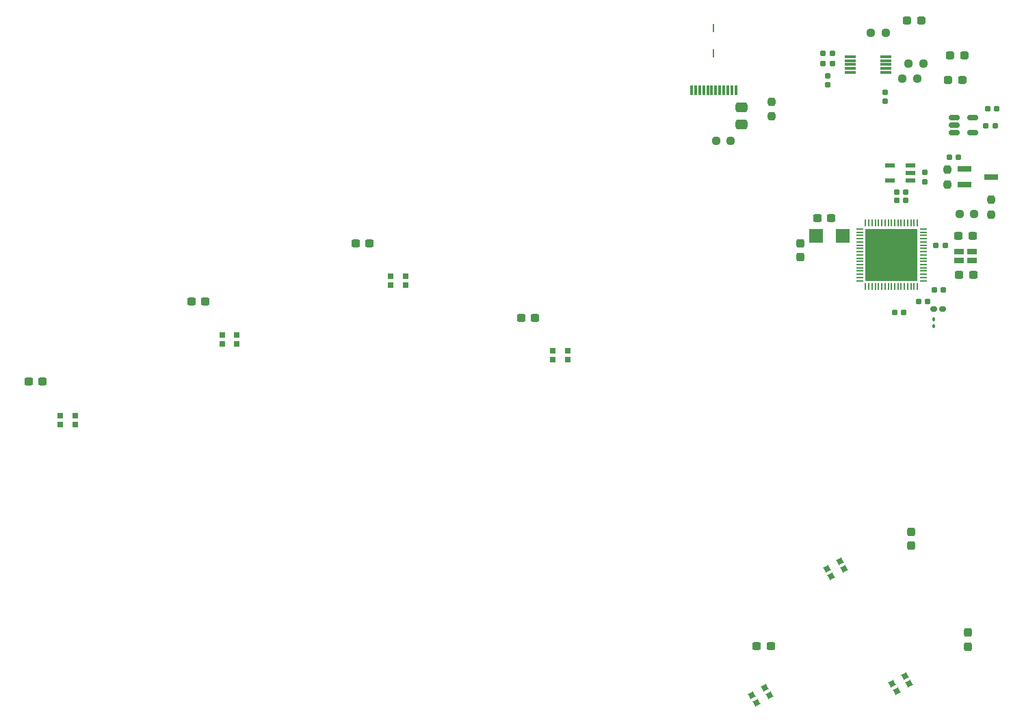
<source format=gbr>
%TF.GenerationSoftware,KiCad,Pcbnew,(5.99.0-9739-g6a369b230f)*%
%TF.CreationDate,2021-03-13T21:37:55+01:00*%
%TF.ProjectId,keychordz,6b657963-686f-4726-947a-2e6b69636164,rev?*%
%TF.SameCoordinates,Original*%
%TF.FileFunction,Paste,Top*%
%TF.FilePolarity,Positive*%
%FSLAX46Y46*%
G04 Gerber Fmt 4.6, Leading zero omitted, Abs format (unit mm)*
G04 Created by KiCad (PCBNEW (5.99.0-9739-g6a369b230f)) date 2021-03-13 21:37:55*
%MOMM*%
%LPD*%
G01*
G04 APERTURE LIST*
G04 Aperture macros list*
%AMRoundRect*
0 Rectangle with rounded corners*
0 $1 Rounding radius*
0 $2 $3 $4 $5 $6 $7 $8 $9 X,Y pos of 4 corners*
0 Add a 4 corners polygon primitive as box body*
4,1,4,$2,$3,$4,$5,$6,$7,$8,$9,$2,$3,0*
0 Add four circle primitives for the rounded corners*
1,1,$1+$1,$2,$3*
1,1,$1+$1,$4,$5*
1,1,$1+$1,$6,$7*
1,1,$1+$1,$8,$9*
0 Add four rect primitives between the rounded corners*
20,1,$1+$1,$2,$3,$4,$5,0*
20,1,$1+$1,$4,$5,$6,$7,0*
20,1,$1+$1,$6,$7,$8,$9,0*
20,1,$1+$1,$8,$9,$2,$3,0*%
%AMRotRect*
0 Rectangle, with rotation*
0 The origin of the aperture is its center*
0 $1 length*
0 $2 width*
0 $3 Rotation angle, in degrees counterclockwise*
0 Add horizontal line*
21,1,$1,$2,0,0,$3*%
G04 Aperture macros list end*
%ADD10R,1.750000X1.800000*%
%ADD11RoundRect,0.237500X-0.237500X0.300000X-0.237500X-0.300000X0.237500X-0.300000X0.237500X0.300000X0*%
%ADD12RoundRect,0.237500X-0.300000X-0.237500X0.300000X-0.237500X0.300000X0.237500X-0.300000X0.237500X0*%
%ADD13R,1.800000X0.800000*%
%ADD14RoundRect,0.237500X0.237500X-0.250000X0.237500X0.250000X-0.237500X0.250000X-0.237500X-0.250000X0*%
%ADD15RoundRect,0.237500X-0.250000X-0.237500X0.250000X-0.237500X0.250000X0.237500X-0.250000X0.237500X0*%
%ADD16RoundRect,0.155000X0.212500X0.155000X-0.212500X0.155000X-0.212500X-0.155000X0.212500X-0.155000X0*%
%ADD17RoundRect,0.155000X-0.212500X-0.155000X0.212500X-0.155000X0.212500X0.155000X-0.212500X0.155000X0*%
%ADD18R,0.700000X0.700000*%
%ADD19RoundRect,0.237500X-0.287500X-0.237500X0.287500X-0.237500X0.287500X0.237500X-0.287500X0.237500X0*%
%ADD20RoundRect,0.090000X-0.090000X0.139000X-0.090000X-0.139000X0.090000X-0.139000X0.090000X0.139000X0*%
%ADD21RotRect,0.700000X0.700000X30.000000*%
%ADD22RoundRect,0.237500X0.300000X0.237500X-0.300000X0.237500X-0.300000X-0.237500X0.300000X-0.237500X0*%
%ADD23RoundRect,0.237500X-0.237500X0.250000X-0.237500X-0.250000X0.237500X-0.250000X0.237500X0.250000X0*%
%ADD24RoundRect,0.237500X0.250000X0.237500X-0.250000X0.237500X-0.250000X-0.237500X0.250000X-0.237500X0*%
%ADD25RoundRect,0.160000X-0.197500X-0.160000X0.197500X-0.160000X0.197500X0.160000X-0.197500X0.160000X0*%
%ADD26RoundRect,0.250000X-0.475000X0.337500X-0.475000X-0.337500X0.475000X-0.337500X0.475000X0.337500X0*%
%ADD27RoundRect,0.160000X0.197500X0.160000X-0.197500X0.160000X-0.197500X-0.160000X0.197500X-0.160000X0*%
%ADD28R,1.200000X0.800000*%
%ADD29R,1.400000X0.300000*%
%ADD30RoundRect,0.150000X-0.512500X-0.150000X0.512500X-0.150000X0.512500X0.150000X-0.512500X0.150000X0*%
%ADD31RoundRect,0.237500X0.237500X-0.300000X0.237500X0.300000X-0.237500X0.300000X-0.237500X-0.300000X0*%
%ADD32RoundRect,0.160000X0.222500X0.160000X-0.222500X0.160000X-0.222500X-0.160000X0.222500X-0.160000X0*%
%ADD33RoundRect,0.155000X-0.155000X0.212500X-0.155000X-0.212500X0.155000X-0.212500X0.155000X0.212500X0*%
%ADD34R,1.200000X0.600000*%
%ADD35R,0.300000X1.200000*%
%ADD36R,0.200000X1.000000*%
%ADD37RoundRect,0.155000X0.155000X-0.212500X0.155000X0.212500X-0.155000X0.212500X-0.155000X-0.212500X0*%
%ADD38R,0.950000X0.200000*%
%ADD39R,0.200000X0.950000*%
%ADD40R,6.500000X6.500000*%
G04 APERTURE END LIST*
D10*
%TO.C,Y2*%
X115925000Y-41400000D03*
X112675000Y-41400000D03*
%TD*%
D11*
%TO.C,C18*%
X110700000Y-44062500D03*
X110700000Y-42337500D03*
%TD*%
D12*
%TO.C,C15*%
X114562500Y-39200000D03*
X112837500Y-39200000D03*
%TD*%
D13*
%TO.C,Q1*%
X134340000Y-34100000D03*
X131040000Y-35050000D03*
X131040000Y-33150000D03*
%TD*%
D14*
%TO.C,R10*%
X128930000Y-33217500D03*
X128930000Y-35042500D03*
%TD*%
D15*
%TO.C,R9*%
X132252500Y-38680000D03*
X130427500Y-38680000D03*
%TD*%
D14*
%TO.C,R8*%
X134370000Y-36947500D03*
X134370000Y-38772500D03*
%TD*%
D16*
%TO.C,C14*%
X129142500Y-31710000D03*
X130277500Y-31710000D03*
%TD*%
D15*
%TO.C,R3*%
X100265500Y-29620000D03*
X102090500Y-29620000D03*
%TD*%
D17*
%TO.C,C2*%
X127512500Y-42640000D03*
X128647500Y-42640000D03*
%TD*%
%TO.C,C13*%
X127292500Y-48110000D03*
X128427500Y-48110000D03*
%TD*%
D18*
%TO.C,D8*%
X60003000Y-47525000D03*
X61833000Y-47525000D03*
X61833000Y-46425000D03*
X60003000Y-46425000D03*
%TD*%
D17*
%TO.C,C8*%
X122652500Y-37000000D03*
X123787500Y-37000000D03*
%TD*%
D19*
%TO.C,D1*%
X129247000Y-19084000D03*
X130997000Y-19084000D03*
%TD*%
%TO.C,D3*%
X123913000Y-14766000D03*
X125663000Y-14766000D03*
%TD*%
D20*
%TO.C,C12*%
X127220000Y-51727500D03*
X127220000Y-52592500D03*
%TD*%
D21*
%TO.C,D4*%
X122622587Y-97815814D03*
X124207413Y-96900814D03*
X123657413Y-95948186D03*
X122072587Y-96863186D03*
%TD*%
D17*
%TO.C,C9*%
X125352500Y-49540000D03*
X126487500Y-49540000D03*
%TD*%
D22*
%TO.C,C11*%
X132015000Y-41440000D03*
X130290000Y-41440000D03*
%TD*%
D23*
%TO.C,R4*%
X107164000Y-24777500D03*
X107164000Y-26602500D03*
%TD*%
D21*
%TO.C,D5*%
X105282587Y-99233814D03*
X106867413Y-98318814D03*
X106317413Y-97366186D03*
X104732587Y-98281186D03*
%TD*%
D24*
%TO.C,R7*%
X121279000Y-16290000D03*
X119454000Y-16290000D03*
%TD*%
D25*
%TO.C,R6*%
X113522500Y-18830000D03*
X114717500Y-18830000D03*
%TD*%
D12*
%TO.C,C29*%
X35369500Y-49546000D03*
X37094500Y-49546000D03*
%TD*%
%TO.C,C30*%
X15213500Y-59452000D03*
X16938500Y-59452000D03*
%TD*%
D17*
%TO.C,C6*%
X122662500Y-35990000D03*
X123797500Y-35990000D03*
%TD*%
D26*
%TO.C,C22*%
X103464000Y-25534500D03*
X103464000Y-27609500D03*
%TD*%
D27*
%TO.C,R5*%
X114717500Y-20100000D03*
X113522500Y-20100000D03*
%TD*%
D12*
%TO.C,C10*%
X130370000Y-46280000D03*
X132095000Y-46280000D03*
%TD*%
D28*
%TO.C,Y1*%
X131972500Y-43320000D03*
X130372500Y-43320000D03*
X130372500Y-44420000D03*
X131972500Y-44420000D03*
%TD*%
D24*
%TO.C,R1*%
X125954500Y-20100000D03*
X124129500Y-20100000D03*
%TD*%
D12*
%TO.C,C28*%
X55663000Y-42361000D03*
X57388000Y-42361000D03*
%TD*%
D17*
%TO.C,C7*%
X122362500Y-50870000D03*
X123497500Y-50870000D03*
%TD*%
D29*
%TO.C,IC1*%
X121300000Y-21200000D03*
X121300000Y-20700000D03*
X121300000Y-20200000D03*
X121300000Y-19700000D03*
X121300000Y-19200000D03*
X116900000Y-19200000D03*
X116900000Y-19700000D03*
X116900000Y-20200000D03*
X116900000Y-20700000D03*
X116900000Y-21200000D03*
%TD*%
D12*
%TO.C,C27*%
X76173500Y-51562000D03*
X77898500Y-51562000D03*
%TD*%
D21*
%TO.C,D6*%
X114562587Y-83577314D03*
X116147413Y-82662314D03*
X115597413Y-81709686D03*
X114012587Y-82624686D03*
%TD*%
D30*
%TO.C,U1*%
X129782500Y-26770000D03*
X129782500Y-27720000D03*
X129782500Y-28670000D03*
X132057500Y-28670000D03*
X132057500Y-26770000D03*
%TD*%
D19*
%TO.C,D2*%
X128993000Y-22132000D03*
X130743000Y-22132000D03*
%TD*%
D31*
%TO.C,C4*%
X131500000Y-92262500D03*
X131500000Y-90537500D03*
%TD*%
D32*
%TO.C,L1*%
X128362500Y-50510000D03*
X127217500Y-50510000D03*
%TD*%
D33*
%TO.C,C23*%
X114120000Y-21564500D03*
X114120000Y-22699500D03*
%TD*%
D34*
%TO.C,IC2*%
X124350000Y-34570000D03*
X124350000Y-33620000D03*
X124350000Y-32670000D03*
X121850000Y-32670000D03*
X121850000Y-34570000D03*
%TD*%
D24*
%TO.C,R2*%
X125192500Y-21972000D03*
X123367500Y-21972000D03*
%TD*%
D35*
%TO.C,J1*%
X102750000Y-23380000D03*
X102250000Y-23380000D03*
X101750000Y-23380000D03*
X101250000Y-23380000D03*
X100750000Y-23380000D03*
X100250000Y-23380000D03*
X99750000Y-23380000D03*
X99250000Y-23380000D03*
X98750000Y-23380000D03*
X98250000Y-23380000D03*
X97750000Y-23380000D03*
X97250000Y-23380000D03*
D36*
X100000000Y-18800000D03*
X100000000Y-15700000D03*
%TD*%
D18*
%TO.C,D10*%
X19125000Y-64791500D03*
X20955000Y-64791500D03*
X20955000Y-63691500D03*
X19125000Y-63691500D03*
%TD*%
D17*
%TO.C,C5*%
X133692500Y-27790000D03*
X134827500Y-27790000D03*
%TD*%
D33*
%TO.C,C24*%
X121232000Y-23596500D03*
X121232000Y-24731500D03*
%TD*%
D11*
%TO.C,C26*%
X124400000Y-78037500D03*
X124400000Y-79762500D03*
%TD*%
D12*
%TO.C,C25*%
X105337500Y-92200000D03*
X107062500Y-92200000D03*
%TD*%
D17*
%TO.C,C3*%
X133922500Y-25650000D03*
X135057500Y-25650000D03*
%TD*%
D37*
%TO.C,C1*%
X126150000Y-34687500D03*
X126150000Y-33552500D03*
%TD*%
D18*
%TO.C,D7*%
X80085000Y-56774500D03*
X81915000Y-56774500D03*
X81915000Y-55674500D03*
X80085000Y-55674500D03*
%TD*%
%TO.C,D9*%
X39154000Y-54758500D03*
X40984000Y-54758500D03*
X40984000Y-53658500D03*
X39154000Y-53658500D03*
%TD*%
D38*
%TO.C,IC3*%
X118050000Y-40570000D03*
X118050000Y-40970000D03*
X118050000Y-41370000D03*
X118050000Y-41770000D03*
X118050000Y-42170000D03*
X118050000Y-42570000D03*
X118050000Y-42970000D03*
X118050000Y-43370000D03*
X118050000Y-43770000D03*
X118050000Y-44170000D03*
X118050000Y-44570000D03*
X118050000Y-44970000D03*
X118050000Y-45370000D03*
X118050000Y-45770000D03*
X118050000Y-46170000D03*
X118050000Y-46570000D03*
X118050000Y-46970000D03*
D39*
X118800000Y-47720000D03*
X119200000Y-47720000D03*
X119600000Y-47720000D03*
X120000000Y-47720000D03*
X120400000Y-47720000D03*
X120800000Y-47720000D03*
X121200000Y-47720000D03*
X121600000Y-47720000D03*
X122000000Y-47720000D03*
X122400000Y-47720000D03*
X122800000Y-47720000D03*
X123200000Y-47720000D03*
X123600000Y-47720000D03*
X124000000Y-47720000D03*
X124400000Y-47720000D03*
X124800000Y-47720000D03*
X125200000Y-47720000D03*
D38*
X125950000Y-46970000D03*
X125950000Y-46570000D03*
X125950000Y-46170000D03*
X125950000Y-45770000D03*
X125950000Y-45370000D03*
X125950000Y-44970000D03*
X125950000Y-44570000D03*
X125950000Y-44170000D03*
X125950000Y-43770000D03*
X125950000Y-43370000D03*
X125950000Y-42970000D03*
X125950000Y-42570000D03*
X125950000Y-42170000D03*
X125950000Y-41770000D03*
X125950000Y-41370000D03*
X125950000Y-40970000D03*
X125950000Y-40570000D03*
D39*
X125200000Y-39820000D03*
X124800000Y-39820000D03*
X124400000Y-39820000D03*
X124000000Y-39820000D03*
X123600000Y-39820000D03*
X123200000Y-39820000D03*
X122800000Y-39820000D03*
X122400000Y-39820000D03*
X122000000Y-39820000D03*
X121600000Y-39820000D03*
X121200000Y-39820000D03*
X120800000Y-39820000D03*
X120400000Y-39820000D03*
X120000000Y-39820000D03*
X119600000Y-39820000D03*
X119200000Y-39820000D03*
X118800000Y-39820000D03*
D40*
X122000000Y-43770000D03*
%TD*%
M02*

</source>
